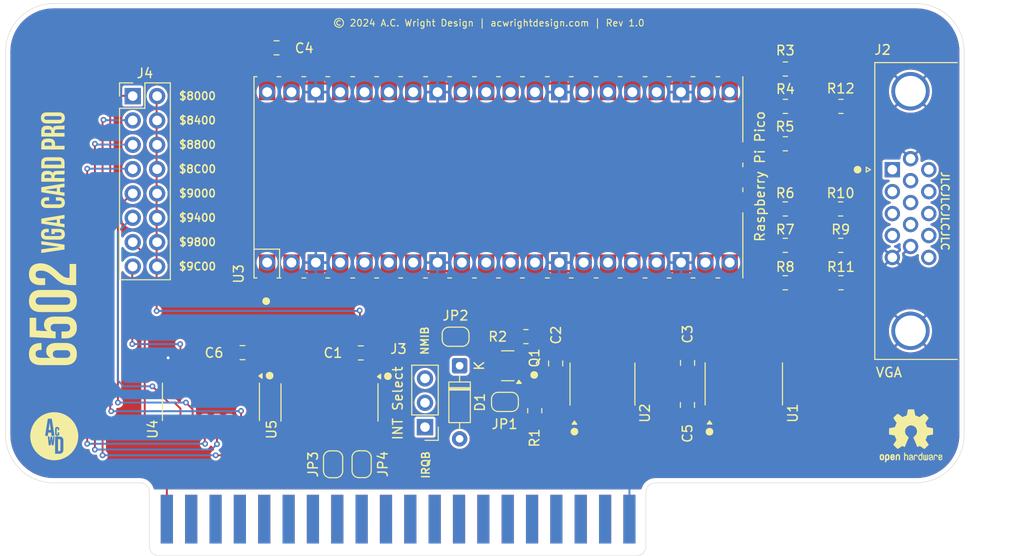
<source format=kicad_pcb>
(kicad_pcb (version 20241229) (generator "pcbnew") (generator_version "9.0")
  (title_block (title "6502 VGA Card Pro") (date "2025-09-22") (rev "1.0") (company "A.C. Wright Design"))
  (layers (0 "F.Cu" signal) (2 "B.Cu" signal) (13 "F.Paste" user) (15 "B.Paste" user) (5 "F.SilkS" user "F.Silkscreen") (7 "B.SilkS" user "B.Silkscreen") (1 "F.Mask" user) (3 "B.Mask" user) (25 "Edge.Cuts" user))
  (net 0 "")
  (net 1 "VCC")
  (net 2 "GND")
  (net 3 "3V3")
  (net 4 "/$9400")
  (net 5 "CSB")
  (net 6 "/$8800")
  (net 7 "/$9800")
  (net 8 "/$8400")
  (net 9 "/$8000")
  (net 10 "/$9000")
  (net 11 "/$9C00")
  (net 12 "/$8C00")
  (net 13 "Net-(D1-A)")
  (net 14 "RWB")
  (net 15 "PHI2")
  (net 17 "D5")
  (net 20 "A10")
  (net 21 "A15")
  (net 23 "NMIB")
  (net 24 "IRQB")
  (net 29 "A12")
  (net 30 "D7")
  (net 31 "A0")
  (net 32 "RESB")
  (net 33 "D1")
  (net 34 "A14")
  (net 36 "Net-(D1-K)")
  (net 38 "D6")
  (net 39 "D4")
  (net 40 "A11")
  (net 42 "A1")
  (net 43 "D0")
  (net 44 "D2")
  (net 45 "A13")
  (net 47 "D3")
  (net 49 "A2")
  (net 50 "Net-(JP1-A)")
  (net 51 "Net-(JP3-B)")
  (net 52 "INTB_3V3")
  (net 53 "R0")
  (net 54 "R1")
  (net 55 "R2")
  (net 56 "G0")
  (net 57 "G1")
  (net 58 "G2")
  (net 59 "B0")
  (net 60 "B1")
  (net 61 "VSYNC")
  (net 62 "HSYNC")
  (net 63 "D0_3V3")
  (net 64 "A3")
  (net 66 "D5_3V3")
  (net 67 "D6_3V3")
  (net 68 "A1_3V3")
  (net 69 "RESB_3V3")
  (net 70 "D2_3V3")
  (net 71 "A0_3V3")
  (net 72 "D3_3V3")
  (net 73 "Net-(J2-Pad13)")
  (net 74 "Net-(J2-Pad3)")
  (net 76 "Net-(J2-Pad14)")
  (net 77 "D1_3V3")
  (net 78 "Net-(J2-Pad1)")
  (net 80 "D7_3V3")
  (net 81 "Net-(J2-Pad2)")
  (net 82 "A2_3V3")
  (net 84 "D4_3V3")
  (net 86 "RWBB_3V3")
  (net 87 "CSB_3V3")
  (net 89 "A3_3V3")
  (net 93 "RWB_3V3")
  (footprint "Resistor_SMD:R_0805_2012Metric" (layer "F.Cu") (at 171.925 91.8)
    (property "Reference" "R6")
    (property "Value" "2.2K" (hide yes))
  )
  (footprint "Resistor_SMD:R_0805_2012Metric" (layer "F.Cu") (at 144.8725 105.12 180)
    (property "Reference" "R2")
    (property "Value" "1K" (hide yes))
  )
  (footprint "A.C. Wright Logo:A.C. Wright Logo 5mm" (layer "F.Cu") (at 95.66 115.51)
    (property "Reference" "G***" (hide yes))
    (property "Value" "LOGO" (hide yes))
  )
  (footprint "Resistor_SMD:R_0805_2012Metric" (layer "F.Cu") (at 177.7125 95.6)
    (property "Reference" "R9")
    (property "Value" "820" (hide yes))
  )
  (footprint "Resistor_SMD:R_0805_2012Metric" (layer "F.Cu") (at 177.7375 81.1)
    (property "Reference" "R12")
    (property "Value" "22" (hide yes))
  )
  (footprint "Symbol:OSHW-Logo2_7.3x6mm_SilkScreen" (layer "F.Cu") (at 185.0459 115.47)
    (property "Reference" "REF**" (hide yes))
    (property "Value" "OSHW-Logo2_7.3x6mm_SilkScreen" (hide yes))
  )
  (footprint "Jumper:SolderJumper-2_P1.3mm_Open_RoundedPad1.0x1.5mm" (layer "F.Cu") (at 142.68 111.93 180)
    (property "Reference" "JP1")
    (property "Value" "SolderJumper_2_Open" (hide yes))
  )
  (footprint "Jumper:SolderJumper-2_P1.3mm_Open_RoundedPad1.0x1.5mm" (layer "F.Cu") (at 124.75 118.44 90)
    (property "Reference" "JP3")
    (property "Value" "SolderJumper_2_Open" (hide yes))
  )
  (footprint "Resistor_SMD:R_0805_2012Metric" (layer "F.Cu") (at 171.9375 81.1)
    (property "Reference" "R4")
    (property "Value" "1K" (hide yes))
  )
  (footprint "Connector_Dsub:DSUB-15-HD_Socket_Horizontal_P2.29x1.90mm_EdgePinOffset3.03mm_Housed_MountingHolesOffset4.94mm" (layer "F.Cu") (at 183.1 87.7 90)
    (property "Reference" "J2")
    (property "Value" "VGA")
  )
  (footprint "Package_SO:TSSOP-24_4.4x7.8mm_P0.65mm" (layer "F.Cu") (at 167.6 110.05 90)
    (property "Reference" "U1")
    (property "Value" "SN74LVC4245APWR" (hide yes))
  )
  (footprint "Resistor_SMD:R_0805_2012Metric" (layer "F.Cu") (at 171.9375 85)
    (property "Reference" "R5")
    (property "Value" "470" (hide yes))
  )
  (footprint "6502 Parts:Raspberry Pi Pico" (layer "F.Cu") (at 142 88.5 90)
    (property "Reference" "U3")
    (property "Value" "Raspberry Pi Pico")
  )
  (footprint "Package_TO_SOT_SMD:SOT-23" (layer "F.Cu") (at 142.9775 108.16 180)
    (property "Reference" "Q1")
    (property "Value" "BSS138" (hide yes))
  )
  (footprint "Diode_THT:D_DO-35_SOD27_P7.62mm_Horizontal" (layer "F.Cu") (at 137.95 108.16 -90)
    (property "Reference" "D1")
    (property "Value" "D_Schottky" (hide yes))
  )
  (footprint "Capacitor_SMD:C_0805_2012Metric" (layer "F.Cu") (at 147.97 107.92 -90)
    (property "Reference" "C2")
    (property "Value" "100nF" (hide yes))
  )
  (footprint "Resistor_SMD:R_0805_2012Metric" (layer "F.Cu") (at 177.7375 99.5)
    (property "Reference" "R11")
    (property "Value" "22" (hide yes))
  )
  (footprint "Connector_PinHeader_2.54mm:PinHeader_2x08_P2.54mm_Vertical" (layer "F.Cu") (at 103.85 80.025)
    (property "Reference" "J4")
    (property "Value" "Conn_02x08_Odd_Even" (hide yes))
  )
  (footprint "6502 Logos:6502 VGA Card Pro Logo 5mm" (layer "F.Cu") (at 95.520182 88.107317 90)
    (property "Reference" "G***" (hide yes))
    (property "Value" "LOGO" (hide yes))
  )
  (footprint "Connector_PinHeader_2.54mm:PinHeader_1x03_P2.54mm_Vertical" (layer "F.Cu") (at 134.34 114.56 180)
    (property "Reference" "J3")
    (property "Value" "INT Select")
  )
  (footprint "Resistor_SMD:R_0805_2012Metric" (layer "F.Cu") (at 177.7 91.8)
    (property "Reference" "R10")
    (property "Value" "390" (hide yes))
  )
  (footprint "Package_SO:TSSOP-20_4.4x6.5mm_P0.65mm" (layer "F.Cu") (at 152.855 110.0675 90)
    (property "Reference" "U2")
    (property "Value" "74LVC245" (hide yes))
  )
  (footprint "Package_SO:SOIC-16_3.9x9.9mm_P1.27mm" (layer "F.Cu") (at 112.005 111.925 -90)
    (property "Reference" "U4")
    (property "Value" "74HC138" (hide yes))
  )
  (footprint "Jumper:SolderJumper-2_P1.3mm_Bridged_RoundedPad1.0x1.5mm" (layer "F.Cu") (at 127.73 118.43 -90)
    (property "Reference" "JP4")
    (property "Value" "SolderJumper_2_Bridged" (hide yes))
  )
  (footprint "6502 Parts:6502 Card Edge" (layer "F.Cu") (at 107.408 126.704)
    (property "Reference" "J1" (hide yes))
    (property "Value" "6502 Card Edge" (hide yes))
  )
  (footprint "Capacitor_SMD:C_0805_2012Metric" (layer "F.Cu") (at 161.72 112.25 90)
    (property "Reference" "C5")
    (property "Value" "100nF" (hide yes))
  )
  (footprint "Resistor_SMD:R_0805_2012Metric" (layer "F.Cu") (at 171.925 95.6)
    (property "Reference" "R7")
    (property "Value" "1K" (hide yes))
  )
  (footprint "Resistor_SMD:R_0805_2012Metric" (layer "F.Cu") (at 171.9375 77.2)
    (property "Reference" "R3")
    (property "Value" "2.2K" (hide yes))
  )
  (footprint "Capacitor_SMD:C_0805_2012Metric" (layer "F.Cu") (at 118.85 74.99)
    (property "Reference" "C4")
    (property "Value" "100nF" (hide yes))
  )
  (footprint "Package_SO:SOIC-16_3.9x9.9mm_P1.27mm" (layer "F.Cu") (at 124.375 111.985 -90)
    (property "Reference" "U5")
    (property "Value" "74LVC138" (hide yes))
  )
  (footprint "Capacitor_SMD:C_0805_2012Metric" (layer "F.Cu") (at 127.64 106.82 180)
    (property "Reference" "C1")
    (property "Value" "100nF" (hide yes))
  )
  (footprint "Capacitor_SMD:C_0805_2012Metric" (layer "F.Cu") (at 161.73 107.86 -90)
    (property "Reference" "C3")
    (property "Value" "100nF" (hide yes))
  )
  (footprint "Resistor_SMD:R_0805_2012Metric" (layer "F.Cu") (at 145.79 112.8425 90)
    (property "Reference" "R1")
    (property "Value" "1K" (hide yes))
  )
  (footprint "Resistor_SMD:R_0805_2012Metric" (layer "F.Cu") (at 171.925 99.5)
    (property "Reference" "R8")
    (property "Value" "470" (hide yes))
  )
  (footprint "Capacitor_SMD:C_0805_2012Metric" (layer "F.Cu") (at 115.3 106.79 180)
    (property "Reference" "C6")
    (property "Value" "100nF" (hide yes))
  )
  (footprint "Jumper:SolderJumper-2_P1.3mm_Bridged_RoundedPad1.0x1.5mm" (layer "F.Cu") (at 137.53 105.13 180)
    (property "Reference" "JP2")
    (property "Value" "SolderJumper_2_Bridged" (hide yes))
  )
  (gr_circle (center 179.47 87.7) (end 179.67 87.7) (stroke (width 0.4)) (fill no) (layer "F.SilkS"))
  (gr_circle (center 145.73 109.12) (end 145.93 109.12) (stroke (width 0.4)) (fill no) (layer "F.SilkS"))
  (gr_circle (center 130.47 109.25) (end 130.67 109.25) (stroke (width 0.4)) (fill no) (layer "F.SilkS"))
  (gr_circle (center 164.02 115.04) (end 164.22 115.04) (stroke (width 0.4)) (fill no) (layer "F.SilkS"))
  (gr_circle (center 118.13 109.19) (end 118.33 109.19) (stroke (width 0.4)) (fill no) (layer "F.SilkS"))
  (gr_circle (center 117.77 101.42) (end 117.97 101.42) (stroke (width 0.4)) (fill no) (layer "F.SilkS"))
  (gr_circle (center 149.93 115.03) (end 150.13 115.03) (stroke (width 0.4)) (fill no) (layer "F.SilkS"))
  (gr_line (start 106.5841 127.9946) (end 156.3841 127.9946) (stroke (width 0.05)) (layer "Edge.Cuts"))
  (gr_arc (start 104.5841 120.3746) (mid 105.291207 120.667493) (end 105.5841 121.3746) (stroke (width 0.05)) (layer "Edge.Cuts"))
  (gr_arc (start 185.5845 70.3746) (mid 189.1061 71.820768) (end 190.5841 75.049169) (stroke (width 0.05)) (layer "Edge.Cuts"))
  (gr_arc (start 157.3841 121.3746) (mid 157.676993 120.667493) (end 158.3841 120.3746) (stroke (width 0.05)) (layer "Edge.Cuts"))
  (gr_arc (start 95.5841 120.3746) (mid 92.048566 118.910134) (end 90.5841 115.3746) (stroke (width 0.05)) (layer "Edge.Cuts"))
  (gr_line (start 95.5841 120.3746) (end 104.5841 120.3746) (stroke (width 0.05)) (layer "Edge.Cuts"))
  (gr_arc (start 190.5841 115.3746) (mid 189.119634 118.910134) (end 185.5841 120.3746) (stroke (width 0.05)) (layer "Edge.Cuts"))
  (gr_line (start 157.3841 126.9946) (end 157.3841 121.3746) (stroke (width 0.05)) (layer "Edge.Cuts"))
  (gr_line (start 90.5841 75.3746) (end 90.5841 115.3746) (stroke (width 0.05)) (layer "Edge.Cuts"))
  (gr_line (start 190.5841 115.3746) (end 190.5841 75.049169) (stroke (width 0.05)) (layer "Edge.Cuts"))
  (gr_line (start 105.5841 121.3746) (end 105.5841 126.9946) (stroke (width 0.05)) (layer "Edge.Cuts"))
  (gr_arc (start 106.5841 127.9946) (mid 105.876993 127.701707) (end 105.5841 126.9946) (stroke (width 0.05)) (layer "Edge.Cuts"))
  (gr_arc (start 90.5841 75.3746) (mid 92.048566 71.839066) (end 95.5841 70.3746) (stroke (width 0.05)) (layer "Edge.Cuts"))
  (gr_line (start 185.5845 70.3746) (end 95.5841 70.3746) (stroke (width 0.05)) (layer "Edge.Cuts"))
  (gr_line (start 158.3841 120.3746) (end 185.5841 120.3746) (stroke (width 0.05)) (layer "Edge.Cuts"))
  (gr_arc (start 157.3841 126.9946) (mid 157.091207 127.701707) (end 156.3841 127.9946) (stroke (width 0.05)) (layer "Edge.Cuts"))
  (gr_text "$9000" (at 110.6 90.18 0) (layer "F.SilkS") (effects (font (size 0.8 0.8))))
  (gr_text "$8C00" (at 110.6 87.64 0) (layer "F.SilkS") (effects (font (size 0.8 0.8))))
  (gr_text "$9C00" (at 110.6 97.8 0) (layer "F.SilkS") (effects (font (size 0.8 0.8))))
  (gr_text "JLCJLCJLCJLC" (at 188.585331 92.02 270) (layer "F.SilkS") (effects (font (size 0.8 0.8))))
  (gr_text "© 2024 A.C. Wright Design | acwrightdesign.com | Rev 1.0" (at 141 72.4 0) (layer "F.SilkS") (effects (font (size 0.7 0.7) (thickness 0.1))))
  (gr_text "$9400" (at 110.6 92.72 0) (layer "F.SilkS") (effects (font (size 0.8 0.8))))
  (gr_text "$8800" (at 110.6 85.1 0) (layer "F.SilkS") (effects (font (size 0.8 0.8))))
  (gr_text "IRQB" (at 134.42 117 90) (layer "F.SilkS") (effects (font (size 0.8 0.8)) (justify right)))
  (gr_text "$9800" (at 110.6 95.26 0) (layer "F.SilkS") (effects (font (size 0.8 0.8))))
  (gr_text "$8000" (at 110.6 80.02 0) (layer "F.SilkS") (effects (font (size 0.8 0.8))))
  (gr_text "$8400" (at 110.6 82.56 0) (layer "F.SilkS") (effects (font (size 0.8 0.8))))
  (gr_text "NMIB" (at 134.32 105.55 90) (layer "F.SilkS") (effects (font (size 0.8 0.8))))
  (segment (start 155.71 124.122) (end 155.668 124.164) (width 0.2) (layer "F.Cu") (net 1))
  (segment (start 107.408 124.164) (end 107.408 119.808) (width 0.2) (layer "F.Cu") (net 2))
  (via (at 107.54 107.33) (size 0.6) (drill 0.3) (layers "F.Cu" "B.Cu") (net 2))
  (segment (start 155.668 124.164) (end 155.668 120.032) (width 0.2) (layer "B.Cu") (net 2))
  (segment (start 105.9 110.3) (end 107.6 112) (width 0.2) (layer "F.Cu") (net 4))
  (segment (start 108.825 112.625) (end 108.825 114.475) (width 0.2) (layer "F.Cu") (net 4))
  (segment (start 108.2 112) (end 108.825 112.625) (width 0.2) (layer "F.Cu") (net 4))
  (segment (start 107.6 112) (end 108.2 112) (width 0.2) (layer "F.Cu") (net 4))
  (via (at 105.9 110.3) (size 0.6) (drill 0.3) (layers "F.Cu" "B.Cu") (net 4))
  (segment (start 105.9 110.3) (end 102.9 110.3) (width 0.2) (layer "B.Cu") (net 4))
  (segment (start 102.3 109.7) (end 102.3 94.2) (width 0.2) (layer "B.Cu") (net 4))
  (segment (start 102.3 94.2) (end 103.8 92.7) (width 0.2) (layer "B.Cu") (net 4))
  (segment (start 102.9 110.3) (end 102.3 109.7) (width 0.2) (layer "B.Cu") (net 4))
  (segment (start 127.52 102.39) (end 127.55 102.42) (width 0.2) (layer "F.Cu") (net 5))
  (segment (start 106.34 90.16) (end 106.34 92.7) (width 0.2) (layer "F.Cu") (net 5))
  (segment (start 106.34 87.62) (end 106.34 90.16) (width 0.2) (layer "F.Cu") (net 5))
  (segment (start 106.34 80) (end 106.34 82.54) (width 0.2) (layer "F.Cu") (net 5))
  (segment (start 127.55 102.42) (end 127.55 109.51) (width 0.2) (layer "F.Cu") (net 5))
  (segment (start 106.34 85.08) (end 106.34 87.62) (width 0.2) (layer "F.Cu") (net 5))
  (segment (start 106.34 97.78) (end 106.34 102.44) (width 0.2) (layer "F.Cu") (net 5))
  (segment (start 106.34 92.7) (end 106.34 95.24) (width 0.2) (layer "F.Cu") (net 5))
  (segment (start 106.34 95.24) (end 106.34 97.78) (width 0.2) (layer "F.Cu") (net 5))
  (segment (start 106.34 82.54) (end 106.34 85.08) (width 0.2) (layer "F.Cu") (net 5))
  (via (at 106.34 102.44) (size 0.6) (drill 0.3) (layers "F.Cu" "B.Cu") (net 5))
  (via (at 127.52 102.39) (size 0.6) (drill 0.3) (layers "F.Cu" "B.Cu") (net 5))
  (segment (start 127.47 102.44) (end 127.52 102.39) (width 0.2) (layer "B.Cu") (net 5))
  (segment (start 106.34 102.44) (end 127.47 102.44) (width 0.2) (layer "B.Cu") (net 5))
  (segment (start 112.635 116.335) (end 112.635 114.475) (width 0.2) (layer "F.Cu") (net 6))
  (segment (start 99.9 85) (end 99.9 116.9) (width 0.2) (layer "F.Cu") (net 6))
  (via (at 112.635 116.335) (size 0.6) (drill 0.3) (layers "F.Cu" "B.Cu") (net 6))
  (via (at 99.9 85) (size 0.6) (drill 0.3) (layers "F.Cu" "B.Cu") (net 6))
  (via (at 99.9 116.9) (size 0.6) (drill 0.3) (layers "F.Cu" "B.Cu") (net 6))
  (segment (start 99.98 85.08) (end 103.8 85.08) (width 0.2) (layer "B.Cu") (net 6))
  (segment (start 112.07 116.9) (end 99.9 116.9) (width 0.2) (layer "B.Cu") (net 6))
  (segment (start 112.635 116.335) (end 112.07 116.9) (width 0.2) (layer "B.Cu") (net 6))
  (segment (start 99.9 85) (end 99.98 85.08) (width 0.2) (layer "B.Cu") (net 6))
  (segment (start 105.475 114.475) (end 105.1 114.1) (width 0.2) (layer "F.Cu") (net 7))
  (segment (start 105.1 114.1) (end 105.1 96.54) (width 0.2) (layer "F.Cu") (net 7))
  (segment (start 107.555 114.475) (end 105.475 114.475) (width 0.2) (layer "F.Cu") (net 7))
  (segment (start 105.1 96.54) (end 103.8 95.24) (width 0.2) (layer "F.Cu") (net 7))
  (segment (start 100.7 117.5) (end 100.7 82.6) (width 0.2) (layer "F.Cu") (net 8))
  (segment (start 113.905 116.995) (end 113.4 117.5) (width 0.2) (layer "F.Cu") (net 8))
  (segment (start 100.7 82.6) (end 100.8 82.5) (width 0.2) (layer "F.Cu") (net 8))
  (segment (start 113.905 114.475) (end 113.905 116.995) (width 0.2) (layer "F.Cu") (net 8))
  (segment (start 113.4 117.5) (end 112.5 117.5) (width 0.2) (layer "F.Cu") (net 8))
  (via (at 112.5 117.5) (size 0.6) (drill 0.3) (layers "F.Cu" "B.Cu") (net 8))
  (via (at 100.8 82.5) (size 0.6) (drill 0.3) (layers "F.Cu" "B.Cu") (net 8))
  (via (at 100.7 117.5) (size 0.6) (drill 0.3) (layers "F.Cu" "B.Cu") (net 8))
  (segment (start 100.84 82.54) (end 103.8 82.54) (width 0.2) (layer "B.Cu") (net 8))
  (segment (start 112 117.5) (end 112.5 117.5) (width 0.2) (layer "B.Cu") (net 8))
  (segment (start 100.7 117.5) (end 112 117.5) (width 0.2) (layer "B.Cu") (net 8))
  (segment (start 100.8 82.5) (end 100.84 82.54) (width 0.2) (layer "B.Cu") (net 8))
  (segment (start 115.15 114.45) (end 115.175 114.475) (width 0.2) (layer "F.Cu") (net 9))
  (segment (start 102.2 80) (end 103.8 80) (width 0.2) (layer "F.Cu") (net 9))
  (segment (start 115.15 112.875) (end 115.15 114.45) (width 0.2) (layer "F.Cu") (net 9))
  (segment (start 101.6 112.9) (end 101.5 112.8) (width 0.2) (layer "F.Cu") (net 9))
  (segment (start 101.5 80.7) (end 102.2 80) (width 0.2) (layer "F.Cu") (net 9))
  (segment (start 101.5 112.8) (end 101.5 80.7) (width 0.2) (layer "F.Cu") (net 9))
  (via (at 101.6 112.9) (size 0.6) (drill 0.3) (layers "F.Cu" "B.Cu") (net 9))
  (via (at 115.15 112.875) (size 0.6) (drill 0.3) (layers "F.Cu" "B.Cu") (net 9))
  (segment (start 109.9 112.9) (end 115.2 112.9) (width 0.2) (layer "B.Cu") (net 9))
  (segment (start 115.175 112.9) (end 115.15 112.875) (width 0.2) (layer "B.Cu") (net 9))
  (segment (start 101.6 112.9) (end 109.9 112.9) (width 0.2) (layer "B.Cu") (net 9))
  (segment (start 115.2 112.9) (end 115.175 112.9) (width 0.2) (layer "B.Cu") (net 9))
  (segment (start 102.3 106.6) (end 102.3 112) (width 0.2) (layer "F.Cu") (net 10))
  (segment (start 102.3 106.2) (end 102.3 106.6) (width 0.2) (layer "F.Cu") (net 10))
  (segment (start 110.095 112.695) (end 110.095 114.475) (width 0.2) (layer "F.Cu") (net 10))
  (segment (start 103.8 90.16) (end 102.3 91.66) (width 0.2) (layer "F.Cu") (net 10))
  (segment (start 102.3 91.7) (end 102.3 106.2) (width 0.2) (layer "F.Cu") (net 10))
  (segment (start 109.4 112) (end 110.095 112.695) (width 0.2) (layer "F.Cu") (net 10))
  (segment (start 102.3 91.66) (end 102.3 91.7) (width 0.2) (layer "F.Cu") (net 10))
  (via (at 109.4 112) (size 0.6) (drill 0.3) (layers "F.Cu" "B.Cu") (net 10))
  (via (at 102.3 112) (size 0.6) (drill 0.3) (layers "F.Cu" "B.Cu") (net 10))
  (segment (start 102.3 112) (end 102.7 112) (width 0.2) (layer "B.Cu") (net 10))
  (segment (start 102.7 112) (end 109.4 112) (width 0.2) (layer "B.Cu") (net 10))
  (segment (start 103.8 105.9) (end 103.8 97.78) (width 0.2) (layer "F.Cu") (net 11))
  (segment (start 108.825 105.925) (end 108.8 105.9) (width 0.2) (layer "F.Cu") (net 11))
  (segment (start 108.825 109.525) (end 108.825 105.925) (width 0.2) (layer "F.Cu") (net 11))
  (via (at 108.8 105.9) (size 0.6) (drill 0.3) (layers "F.Cu" "B.Cu") (net 11))
  (via (at 103.8 105.9) (size 0.6) (drill 0.3) (layers "F.Cu" "B.Cu") (net 11))
  (segment (start 108.3 105.9) (end 103.8 105.9) (width 0.2) (layer "B.Cu") (net 11))
  (segment (start 108.8 105.9) (end 108.3 105.9) (width 0.2) (layer "B.Cu") (net 11))
  (segment (start 111.365 116.265) (end 111.365 114.475) (width 0.2) (layer "F.Cu") (net 12))
  (segment (start 111.4 116.3) (end 111.365 116.265) (width 0.2) (layer "F.Cu") (net 12))
  (segment (start 99.1 87.6) (end 99.1 116.3) (width 0.2) (layer "F.Cu") (net 12))
  (via (at 99.1 116.3) (size 0.6) (drill 0.3) (layers "F.Cu" "B.Cu") (net 12))
  (via (at 111.4 116.3) (size 0.6) (drill 0.3) (layers "F.Cu" "B.Cu") (net 12))
  (via (at 99.1 87.6) (size 0.6) (drill 0.3) (layers "F.Cu" "B.Cu") (net 12))
  (segment (start 99.1 87.6) (end 103.78 87.6) (width 0.2) (layer "B.Cu") (net 12))
  (segment (start 103.78 87.6) (end 103.8 87.62) (width 0.2) (layer "B.Cu") (net 12))
  (segment (start 99.1 116.3) (end 111.4 116.3) (width 0.2) (layer "B.Cu") (net 12))
  (segment (start 127.7 124.136) (end 127.728 124.164) (width 0.2) (layer "B.Cu") (net 20))
  (segment (start 122.6 124.116) (end 122.648 124.164) (width 0.2) (layer "B.Cu") (net 29))
  (segment (start 150.55 124.126) (end 150.588 124.164) (width 0.2) (layer "F.Cu") (net 33))
  (segment (start 111.4 109.56) (end 111.365 109.525) (width 0.2) (layer "F.Cu") (net 34))
  (segment (start 125.2 124.152) (end 125.188 124.164) (width 0.2) (layer "B.Cu") (net 40))
  (segment (start 148 124.116) (end 148.048 124.164) (width 0.2) (layer "F.Cu") (net 44))
  (segment (start 112.6 109.49) (end 112.635 109.525) (width 0.2) (layer "F.Cu") (net 45))
  (zone (net 2) (net_name "GND") (layer "F.Cu") (connect_pads (clearance 0.254)) (min_thickness 0.254) (fill yes (thermal_gap 0.254) (thermal_bridge_width 0.254))
    (polygon (pts (xy 190.838 121.054) (xy 90 121.054) (xy 90 70) (xy 190.838 70)))
  )
  (zone (net 2) (net_name "GND") (layer "B.Cu") (connect_pads (clearance 0.254)) (min_thickness 0.254) (fill yes (thermal_gap 0.254) (thermal_bridge_width 0.254))
    (polygon (pts (xy 190.838 121.054) (xy 90 121.054) (xy 90 70) (xy 190.838 70)))
  )
)
</source>
